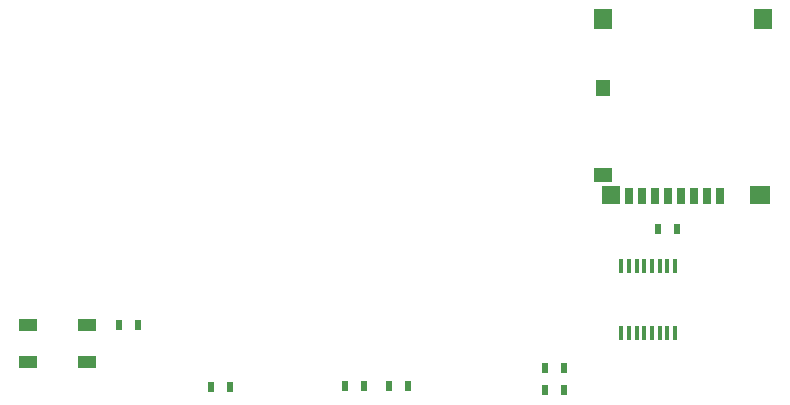
<source format=gtp>
G04*
G04 #@! TF.GenerationSoftware,Altium Limited,Altium Designer,21.6.4 (81)*
G04*
G04 Layer_Color=8421504*
%FSLAX44Y44*%
%MOMM*%
G71*
G04*
G04 #@! TF.SameCoordinates,26D0E7B3-AAE4-4812-B184-49AD84F33247*
G04*
G04*
G04 #@! TF.FilePolarity,Positive*
G04*
G01*
G75*
%ADD17O,0.4000X1.2000*%
%ADD18R,0.6000X0.9500*%
%ADD19R,1.5000X1.3000*%
%ADD20R,1.5000X1.7000*%
%ADD21R,1.2000X1.4000*%
%ADD22R,1.7000X1.5000*%
%ADD23R,1.6000X1.5000*%
%ADD24R,0.8000X1.4000*%
%ADD25R,1.5000X1.0000*%
D17*
X528430Y181050D02*
D03*
X534930D02*
D03*
X541430D02*
D03*
X547930D02*
D03*
X554430D02*
D03*
X560930D02*
D03*
X567430D02*
D03*
X573930D02*
D03*
X528430Y238050D02*
D03*
X534930D02*
D03*
X541430D02*
D03*
X547930D02*
D03*
X554430D02*
D03*
X560930D02*
D03*
X567430D02*
D03*
X573930D02*
D03*
D18*
X479932Y151638D02*
D03*
X463932D02*
D03*
X479932Y133350D02*
D03*
X463932D02*
D03*
X348106Y136906D02*
D03*
X332106D02*
D03*
X575430Y269748D02*
D03*
X559430D02*
D03*
X118998Y188468D02*
D03*
X102998D02*
D03*
X310610Y136906D02*
D03*
X294610D02*
D03*
X196750Y136000D02*
D03*
X180750D02*
D03*
D19*
X513268Y315092D02*
D03*
D20*
X648268Y447092D02*
D03*
X513268D02*
D03*
D21*
Y389092D02*
D03*
D22*
X645768Y298592D02*
D03*
D23*
X519768D02*
D03*
D24*
X611768Y297592D02*
D03*
X600768D02*
D03*
X589768D02*
D03*
X578768D02*
D03*
X567768D02*
D03*
X556768D02*
D03*
X545768D02*
D03*
X534768D02*
D03*
D25*
X25800Y156466D02*
D03*
Y188466D02*
D03*
X75800D02*
D03*
Y156466D02*
D03*
M02*

</source>
